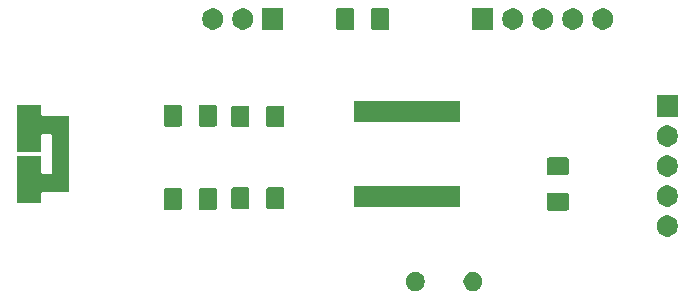
<source format=gbr>
%TF.GenerationSoftware,KiCad,Pcbnew,5.1.6-c6e7f7d~86~ubuntu18.04.1*%
%TF.CreationDate,2020-05-25T18:47:43+02:00*%
%TF.ProjectId,ft232rl_converter_v1,66743233-3272-46c5-9f63-6f6e76657274,1.0*%
%TF.SameCoordinates,PX4fefde0PY4d83c00*%
%TF.FileFunction,Soldermask,Top*%
%TF.FilePolarity,Negative*%
%FSLAX46Y46*%
G04 Gerber Fmt 4.6, Leading zero omitted, Abs format (unit mm)*
G04 Created by KiCad (PCBNEW 5.1.6-c6e7f7d~86~ubuntu18.04.1) date 2020-05-25 18:47:43*
%MOMM*%
%LPD*%
G01*
G04 APERTURE LIST*
%ADD10C,0.150000*%
G04 APERTURE END LIST*
D10*
G36*
X40673642Y5850219D02*
G01*
X40819414Y5789838D01*
X40819416Y5789837D01*
X40950608Y5702178D01*
X41062178Y5590608D01*
X41149837Y5459416D01*
X41149838Y5459414D01*
X41210219Y5313642D01*
X41241000Y5158893D01*
X41241000Y5001107D01*
X41210219Y4846358D01*
X41149838Y4700586D01*
X41149837Y4700584D01*
X41062178Y4569392D01*
X40950608Y4457822D01*
X40819416Y4370163D01*
X40819415Y4370162D01*
X40819414Y4370162D01*
X40673642Y4309781D01*
X40518893Y4279000D01*
X40361107Y4279000D01*
X40206358Y4309781D01*
X40060586Y4370162D01*
X40060585Y4370162D01*
X40060584Y4370163D01*
X39929392Y4457822D01*
X39817822Y4569392D01*
X39730163Y4700584D01*
X39730162Y4700586D01*
X39669781Y4846358D01*
X39639000Y5001107D01*
X39639000Y5158893D01*
X39669781Y5313642D01*
X39730162Y5459414D01*
X39730163Y5459416D01*
X39817822Y5590608D01*
X39929392Y5702178D01*
X40060584Y5789837D01*
X40060586Y5789838D01*
X40206358Y5850219D01*
X40361107Y5881000D01*
X40518893Y5881000D01*
X40673642Y5850219D01*
G37*
G36*
X35793642Y5850219D02*
G01*
X35939414Y5789838D01*
X35939416Y5789837D01*
X36070608Y5702178D01*
X36182178Y5590608D01*
X36269837Y5459416D01*
X36269838Y5459414D01*
X36330219Y5313642D01*
X36361000Y5158893D01*
X36361000Y5001107D01*
X36330219Y4846358D01*
X36269838Y4700586D01*
X36269837Y4700584D01*
X36182178Y4569392D01*
X36070608Y4457822D01*
X35939416Y4370163D01*
X35939415Y4370162D01*
X35939414Y4370162D01*
X35793642Y4309781D01*
X35638893Y4279000D01*
X35481107Y4279000D01*
X35326358Y4309781D01*
X35180586Y4370162D01*
X35180585Y4370162D01*
X35180584Y4370163D01*
X35049392Y4457822D01*
X34937822Y4569392D01*
X34850163Y4700584D01*
X34850162Y4700586D01*
X34789781Y4846358D01*
X34759000Y5001107D01*
X34759000Y5158893D01*
X34789781Y5313642D01*
X34850162Y5459414D01*
X34850163Y5459416D01*
X34937822Y5590608D01*
X35049392Y5702178D01*
X35180584Y5789837D01*
X35180586Y5789838D01*
X35326358Y5850219D01*
X35481107Y5881000D01*
X35638893Y5881000D01*
X35793642Y5850219D01*
G37*
G36*
X57009512Y10675073D02*
G01*
X57158812Y10645376D01*
X57322784Y10577456D01*
X57470354Y10478853D01*
X57595853Y10353354D01*
X57694456Y10205784D01*
X57762376Y10041812D01*
X57797000Y9867741D01*
X57797000Y9690259D01*
X57762376Y9516188D01*
X57694456Y9352216D01*
X57595853Y9204646D01*
X57470354Y9079147D01*
X57322784Y8980544D01*
X57158812Y8912624D01*
X57009512Y8882927D01*
X56984742Y8878000D01*
X56807258Y8878000D01*
X56782488Y8882927D01*
X56633188Y8912624D01*
X56469216Y8980544D01*
X56321646Y9079147D01*
X56196147Y9204646D01*
X56097544Y9352216D01*
X56029624Y9516188D01*
X55995000Y9690259D01*
X55995000Y9867741D01*
X56029624Y10041812D01*
X56097544Y10205784D01*
X56196147Y10353354D01*
X56321646Y10478853D01*
X56469216Y10577456D01*
X56633188Y10645376D01*
X56782488Y10675073D01*
X56807258Y10680000D01*
X56984742Y10680000D01*
X57009512Y10675073D01*
G37*
G36*
X48400562Y12606819D02*
G01*
X48435481Y12596226D01*
X48467663Y12579024D01*
X48495873Y12555873D01*
X48519024Y12527663D01*
X48536226Y12495481D01*
X48546819Y12460562D01*
X48551000Y12418105D01*
X48551000Y11276895D01*
X48546819Y11234438D01*
X48536226Y11199519D01*
X48519024Y11167337D01*
X48495873Y11139127D01*
X48467663Y11115976D01*
X48435481Y11098774D01*
X48400562Y11088181D01*
X48358105Y11084000D01*
X46891895Y11084000D01*
X46849438Y11088181D01*
X46814519Y11098774D01*
X46782337Y11115976D01*
X46754127Y11139127D01*
X46730976Y11167337D01*
X46713774Y11199519D01*
X46703181Y11234438D01*
X46699000Y11276895D01*
X46699000Y12418105D01*
X46703181Y12460562D01*
X46713774Y12495481D01*
X46730976Y12527663D01*
X46754127Y12555873D01*
X46782337Y12579024D01*
X46814519Y12596226D01*
X46849438Y12606819D01*
X46891895Y12611000D01*
X48358105Y12611000D01*
X48400562Y12606819D01*
G37*
G36*
X15635562Y12986819D02*
G01*
X15670481Y12976226D01*
X15702663Y12959024D01*
X15730873Y12935873D01*
X15754024Y12907663D01*
X15771226Y12875481D01*
X15781819Y12840562D01*
X15786000Y12798105D01*
X15786000Y11331895D01*
X15781819Y11289438D01*
X15771226Y11254519D01*
X15754024Y11222337D01*
X15730873Y11194127D01*
X15702663Y11170976D01*
X15670481Y11153774D01*
X15635562Y11143181D01*
X15593105Y11139000D01*
X14451895Y11139000D01*
X14409438Y11143181D01*
X14374519Y11153774D01*
X14342337Y11170976D01*
X14314127Y11194127D01*
X14290976Y11222337D01*
X14273774Y11254519D01*
X14263181Y11289438D01*
X14259000Y11331895D01*
X14259000Y12798105D01*
X14263181Y12840562D01*
X14273774Y12875481D01*
X14290976Y12907663D01*
X14314127Y12935873D01*
X14342337Y12959024D01*
X14374519Y12976226D01*
X14409438Y12986819D01*
X14451895Y12991000D01*
X15593105Y12991000D01*
X15635562Y12986819D01*
G37*
G36*
X18610562Y12986819D02*
G01*
X18645481Y12976226D01*
X18677663Y12959024D01*
X18705873Y12935873D01*
X18729024Y12907663D01*
X18746226Y12875481D01*
X18756819Y12840562D01*
X18761000Y12798105D01*
X18761000Y11331895D01*
X18756819Y11289438D01*
X18746226Y11254519D01*
X18729024Y11222337D01*
X18705873Y11194127D01*
X18677663Y11170976D01*
X18645481Y11153774D01*
X18610562Y11143181D01*
X18568105Y11139000D01*
X17426895Y11139000D01*
X17384438Y11143181D01*
X17349519Y11153774D01*
X17317337Y11170976D01*
X17289127Y11194127D01*
X17265976Y11222337D01*
X17248774Y11254519D01*
X17238181Y11289438D01*
X17234000Y11331895D01*
X17234000Y12798105D01*
X17238181Y12840562D01*
X17248774Y12875481D01*
X17265976Y12907663D01*
X17289127Y12935873D01*
X17317337Y12959024D01*
X17349519Y12976226D01*
X17384438Y12986819D01*
X17426895Y12991000D01*
X18568105Y12991000D01*
X18610562Y12986819D01*
G37*
G36*
X21350562Y13051819D02*
G01*
X21385481Y13041226D01*
X21417663Y13024024D01*
X21445873Y13000873D01*
X21469024Y12972663D01*
X21486226Y12940481D01*
X21496819Y12905562D01*
X21501000Y12863105D01*
X21501000Y11396895D01*
X21496819Y11354438D01*
X21486226Y11319519D01*
X21469024Y11287337D01*
X21445873Y11259127D01*
X21417663Y11235976D01*
X21385481Y11218774D01*
X21350562Y11208181D01*
X21308105Y11204000D01*
X20166895Y11204000D01*
X20124438Y11208181D01*
X20089519Y11218774D01*
X20057337Y11235976D01*
X20029127Y11259127D01*
X20005976Y11287337D01*
X19988774Y11319519D01*
X19978181Y11354438D01*
X19974000Y11396895D01*
X19974000Y12863105D01*
X19978181Y12905562D01*
X19988774Y12940481D01*
X20005976Y12972663D01*
X20029127Y13000873D01*
X20057337Y13024024D01*
X20089519Y13041226D01*
X20124438Y13051819D01*
X20166895Y13056000D01*
X21308105Y13056000D01*
X21350562Y13051819D01*
G37*
G36*
X24325562Y13051819D02*
G01*
X24360481Y13041226D01*
X24392663Y13024024D01*
X24420873Y13000873D01*
X24444024Y12972663D01*
X24461226Y12940481D01*
X24471819Y12905562D01*
X24476000Y12863105D01*
X24476000Y11396895D01*
X24471819Y11354438D01*
X24461226Y11319519D01*
X24444024Y11287337D01*
X24420873Y11259127D01*
X24392663Y11235976D01*
X24360481Y11218774D01*
X24325562Y11208181D01*
X24283105Y11204000D01*
X23141895Y11204000D01*
X23099438Y11208181D01*
X23064519Y11218774D01*
X23032337Y11235976D01*
X23004127Y11259127D01*
X22980976Y11287337D01*
X22963774Y11319519D01*
X22953181Y11354438D01*
X22949000Y11396895D01*
X22949000Y12863105D01*
X22953181Y12905562D01*
X22963774Y12940481D01*
X22980976Y12972663D01*
X23004127Y13000873D01*
X23032337Y13024024D01*
X23064519Y13041226D01*
X23099438Y13051819D01*
X23141895Y13056000D01*
X24283105Y13056000D01*
X24325562Y13051819D01*
G37*
G36*
X39346000Y11349000D02*
G01*
X30344000Y11349000D01*
X30344000Y13201000D01*
X39346000Y13201000D01*
X39346000Y11349000D01*
G37*
G36*
X57009512Y13215073D02*
G01*
X57158812Y13185376D01*
X57322784Y13117456D01*
X57470354Y13018853D01*
X57595853Y12893354D01*
X57694456Y12745784D01*
X57762376Y12581812D01*
X57797000Y12407741D01*
X57797000Y12230259D01*
X57762376Y12056188D01*
X57694456Y11892216D01*
X57595853Y11744646D01*
X57470354Y11619147D01*
X57322784Y11520544D01*
X57158812Y11452624D01*
X57009512Y11422927D01*
X56984742Y11418000D01*
X56807258Y11418000D01*
X56782488Y11422927D01*
X56633188Y11452624D01*
X56469216Y11520544D01*
X56321646Y11619147D01*
X56196147Y11744646D01*
X56097544Y11892216D01*
X56029624Y12056188D01*
X55995000Y12230259D01*
X55995000Y12407741D01*
X56029624Y12581812D01*
X56097544Y12745784D01*
X56196147Y12893354D01*
X56321646Y13018853D01*
X56469216Y13117456D01*
X56633188Y13185376D01*
X56782488Y13215073D01*
X56807258Y13220000D01*
X56984742Y13220000D01*
X57009512Y13215073D01*
G37*
G36*
X3881000Y19250999D02*
G01*
X3883402Y19226613D01*
X3890515Y19203164D01*
X3902066Y19181553D01*
X3917611Y19162611D01*
X3936553Y19147066D01*
X3958164Y19135515D01*
X3981613Y19128402D01*
X4005999Y19126000D01*
X6281000Y19126000D01*
X6281000Y12624000D01*
X4005999Y12624000D01*
X3981613Y12621598D01*
X3958164Y12614485D01*
X3936553Y12602934D01*
X3917611Y12587389D01*
X3902066Y12568447D01*
X3890515Y12546836D01*
X3883402Y12523387D01*
X3881000Y12499001D01*
X3881000Y11726500D01*
X1879000Y11726500D01*
X1879000Y15673500D01*
X3881000Y15673500D01*
X3881000Y14325999D01*
X3883402Y14301613D01*
X3890515Y14278164D01*
X3902066Y14256553D01*
X3917611Y14237611D01*
X3936553Y14222066D01*
X3958164Y14210515D01*
X3981613Y14203402D01*
X4005999Y14201000D01*
X4674001Y14201000D01*
X4698387Y14203402D01*
X4721836Y14210515D01*
X4743447Y14222066D01*
X4762389Y14237611D01*
X4777934Y14256553D01*
X4789485Y14278164D01*
X4796598Y14301613D01*
X4799000Y14325999D01*
X4799000Y17424001D01*
X4796598Y17448387D01*
X4789485Y17471836D01*
X4777934Y17493447D01*
X4762389Y17512389D01*
X4743447Y17527934D01*
X4721836Y17539485D01*
X4698387Y17546598D01*
X4674001Y17549000D01*
X4005999Y17549000D01*
X3981613Y17546598D01*
X3958164Y17539485D01*
X3936553Y17527934D01*
X3917611Y17512389D01*
X3902066Y17493447D01*
X3890515Y17471836D01*
X3883402Y17448387D01*
X3881000Y17424001D01*
X3881000Y16076500D01*
X1879000Y16076500D01*
X1879000Y20023500D01*
X3881000Y20023500D01*
X3881000Y19250999D01*
G37*
G36*
X57009512Y15755073D02*
G01*
X57158812Y15725376D01*
X57322784Y15657456D01*
X57470354Y15558853D01*
X57595853Y15433354D01*
X57694456Y15285784D01*
X57762376Y15121812D01*
X57797000Y14947741D01*
X57797000Y14770259D01*
X57762376Y14596188D01*
X57694456Y14432216D01*
X57595853Y14284646D01*
X57470354Y14159147D01*
X57322784Y14060544D01*
X57158812Y13992624D01*
X57009512Y13962927D01*
X56984742Y13958000D01*
X56807258Y13958000D01*
X56782488Y13962927D01*
X56633188Y13992624D01*
X56469216Y14060544D01*
X56321646Y14159147D01*
X56196147Y14284646D01*
X56097544Y14432216D01*
X56029624Y14596188D01*
X55995000Y14770259D01*
X55995000Y14947741D01*
X56029624Y15121812D01*
X56097544Y15285784D01*
X56196147Y15433354D01*
X56321646Y15558853D01*
X56469216Y15657456D01*
X56633188Y15725376D01*
X56782488Y15755073D01*
X56807258Y15760000D01*
X56984742Y15760000D01*
X57009512Y15755073D01*
G37*
G36*
X48400562Y15581819D02*
G01*
X48435481Y15571226D01*
X48467663Y15554024D01*
X48495873Y15530873D01*
X48519024Y15502663D01*
X48536226Y15470481D01*
X48546819Y15435562D01*
X48551000Y15393105D01*
X48551000Y14251895D01*
X48546819Y14209438D01*
X48536226Y14174519D01*
X48519024Y14142337D01*
X48495873Y14114127D01*
X48467663Y14090976D01*
X48435481Y14073774D01*
X48400562Y14063181D01*
X48358105Y14059000D01*
X46891895Y14059000D01*
X46849438Y14063181D01*
X46814519Y14073774D01*
X46782337Y14090976D01*
X46754127Y14114127D01*
X46730976Y14142337D01*
X46713774Y14174519D01*
X46703181Y14209438D01*
X46699000Y14251895D01*
X46699000Y15393105D01*
X46703181Y15435562D01*
X46713774Y15470481D01*
X46730976Y15502663D01*
X46754127Y15530873D01*
X46782337Y15554024D01*
X46814519Y15571226D01*
X46849438Y15581819D01*
X46891895Y15586000D01*
X48358105Y15586000D01*
X48400562Y15581819D01*
G37*
G36*
X57009512Y18295073D02*
G01*
X57158812Y18265376D01*
X57322784Y18197456D01*
X57470354Y18098853D01*
X57595853Y17973354D01*
X57694456Y17825784D01*
X57762376Y17661812D01*
X57797000Y17487741D01*
X57797000Y17310259D01*
X57762376Y17136188D01*
X57694456Y16972216D01*
X57595853Y16824646D01*
X57470354Y16699147D01*
X57322784Y16600544D01*
X57158812Y16532624D01*
X57009512Y16502927D01*
X56984742Y16498000D01*
X56807258Y16498000D01*
X56782488Y16502927D01*
X56633188Y16532624D01*
X56469216Y16600544D01*
X56321646Y16699147D01*
X56196147Y16824646D01*
X56097544Y16972216D01*
X56029624Y17136188D01*
X55995000Y17310259D01*
X55995000Y17487741D01*
X56029624Y17661812D01*
X56097544Y17825784D01*
X56196147Y17973354D01*
X56321646Y18098853D01*
X56469216Y18197456D01*
X56633188Y18265376D01*
X56782488Y18295073D01*
X56807258Y18300000D01*
X56984742Y18300000D01*
X57009512Y18295073D01*
G37*
G36*
X24325562Y19971819D02*
G01*
X24360481Y19961226D01*
X24392663Y19944024D01*
X24420873Y19920873D01*
X24444024Y19892663D01*
X24461226Y19860481D01*
X24471819Y19825562D01*
X24476000Y19783105D01*
X24476000Y18316895D01*
X24471819Y18274438D01*
X24461226Y18239519D01*
X24444024Y18207337D01*
X24420873Y18179127D01*
X24392663Y18155976D01*
X24360481Y18138774D01*
X24325562Y18128181D01*
X24283105Y18124000D01*
X23141895Y18124000D01*
X23099438Y18128181D01*
X23064519Y18138774D01*
X23032337Y18155976D01*
X23004127Y18179127D01*
X22980976Y18207337D01*
X22963774Y18239519D01*
X22953181Y18274438D01*
X22949000Y18316895D01*
X22949000Y19783105D01*
X22953181Y19825562D01*
X22963774Y19860481D01*
X22980976Y19892663D01*
X23004127Y19920873D01*
X23032337Y19944024D01*
X23064519Y19961226D01*
X23099438Y19971819D01*
X23141895Y19976000D01*
X24283105Y19976000D01*
X24325562Y19971819D01*
G37*
G36*
X21350562Y19971819D02*
G01*
X21385481Y19961226D01*
X21417663Y19944024D01*
X21445873Y19920873D01*
X21469024Y19892663D01*
X21486226Y19860481D01*
X21496819Y19825562D01*
X21501000Y19783105D01*
X21501000Y18316895D01*
X21496819Y18274438D01*
X21486226Y18239519D01*
X21469024Y18207337D01*
X21445873Y18179127D01*
X21417663Y18155976D01*
X21385481Y18138774D01*
X21350562Y18128181D01*
X21308105Y18124000D01*
X20166895Y18124000D01*
X20124438Y18128181D01*
X20089519Y18138774D01*
X20057337Y18155976D01*
X20029127Y18179127D01*
X20005976Y18207337D01*
X19988774Y18239519D01*
X19978181Y18274438D01*
X19974000Y18316895D01*
X19974000Y19783105D01*
X19978181Y19825562D01*
X19988774Y19860481D01*
X20005976Y19892663D01*
X20029127Y19920873D01*
X20057337Y19944024D01*
X20089519Y19961226D01*
X20124438Y19971819D01*
X20166895Y19976000D01*
X21308105Y19976000D01*
X21350562Y19971819D01*
G37*
G36*
X18610562Y20048519D02*
G01*
X18645481Y20037926D01*
X18677663Y20020724D01*
X18705873Y19997573D01*
X18729024Y19969363D01*
X18746226Y19937181D01*
X18756819Y19902262D01*
X18761000Y19859805D01*
X18761000Y18393595D01*
X18756819Y18351138D01*
X18746226Y18316219D01*
X18729024Y18284037D01*
X18705873Y18255827D01*
X18677663Y18232676D01*
X18645481Y18215474D01*
X18610562Y18204881D01*
X18568105Y18200700D01*
X17426895Y18200700D01*
X17384438Y18204881D01*
X17349519Y18215474D01*
X17317337Y18232676D01*
X17289127Y18255827D01*
X17265976Y18284037D01*
X17248774Y18316219D01*
X17238181Y18351138D01*
X17234000Y18393595D01*
X17234000Y19859805D01*
X17238181Y19902262D01*
X17248774Y19937181D01*
X17265976Y19969363D01*
X17289127Y19997573D01*
X17317337Y20020724D01*
X17349519Y20037926D01*
X17384438Y20048519D01*
X17426895Y20052700D01*
X18568105Y20052700D01*
X18610562Y20048519D01*
G37*
G36*
X15635562Y20048519D02*
G01*
X15670481Y20037926D01*
X15702663Y20020724D01*
X15730873Y19997573D01*
X15754024Y19969363D01*
X15771226Y19937181D01*
X15781819Y19902262D01*
X15786000Y19859805D01*
X15786000Y18393595D01*
X15781819Y18351138D01*
X15771226Y18316219D01*
X15754024Y18284037D01*
X15730873Y18255827D01*
X15702663Y18232676D01*
X15670481Y18215474D01*
X15635562Y18204881D01*
X15593105Y18200700D01*
X14451895Y18200700D01*
X14409438Y18204881D01*
X14374519Y18215474D01*
X14342337Y18232676D01*
X14314127Y18255827D01*
X14290976Y18284037D01*
X14273774Y18316219D01*
X14263181Y18351138D01*
X14259000Y18393595D01*
X14259000Y19859805D01*
X14263181Y19902262D01*
X14273774Y19937181D01*
X14290976Y19969363D01*
X14314127Y19997573D01*
X14342337Y20020724D01*
X14374519Y20037926D01*
X14409438Y20048519D01*
X14451895Y20052700D01*
X15593105Y20052700D01*
X15635562Y20048519D01*
G37*
G36*
X39346000Y18549000D02*
G01*
X30344000Y18549000D01*
X30344000Y20401000D01*
X39346000Y20401000D01*
X39346000Y18549000D01*
G37*
G36*
X57797000Y19038000D02*
G01*
X55995000Y19038000D01*
X55995000Y20840000D01*
X57797000Y20840000D01*
X57797000Y19038000D01*
G37*
G36*
X30240562Y28226819D02*
G01*
X30275481Y28216226D01*
X30307663Y28199024D01*
X30335873Y28175873D01*
X30359024Y28147663D01*
X30376226Y28115481D01*
X30386819Y28080562D01*
X30391000Y28038105D01*
X30391000Y26571895D01*
X30386819Y26529438D01*
X30376226Y26494519D01*
X30359024Y26462337D01*
X30335873Y26434127D01*
X30307663Y26410976D01*
X30275481Y26393774D01*
X30240562Y26383181D01*
X30198105Y26379000D01*
X29056895Y26379000D01*
X29014438Y26383181D01*
X28979519Y26393774D01*
X28947337Y26410976D01*
X28919127Y26434127D01*
X28895976Y26462337D01*
X28878774Y26494519D01*
X28868181Y26529438D01*
X28864000Y26571895D01*
X28864000Y28038105D01*
X28868181Y28080562D01*
X28878774Y28115481D01*
X28895976Y28147663D01*
X28919127Y28175873D01*
X28947337Y28199024D01*
X28979519Y28216226D01*
X29014438Y28226819D01*
X29056895Y28231000D01*
X30198105Y28231000D01*
X30240562Y28226819D01*
G37*
G36*
X33215562Y28226819D02*
G01*
X33250481Y28216226D01*
X33282663Y28199024D01*
X33310873Y28175873D01*
X33334024Y28147663D01*
X33351226Y28115481D01*
X33361819Y28080562D01*
X33366000Y28038105D01*
X33366000Y26571895D01*
X33361819Y26529438D01*
X33351226Y26494519D01*
X33334024Y26462337D01*
X33310873Y26434127D01*
X33282663Y26410976D01*
X33250481Y26393774D01*
X33215562Y26383181D01*
X33173105Y26379000D01*
X32031895Y26379000D01*
X31989438Y26383181D01*
X31954519Y26393774D01*
X31922337Y26410976D01*
X31894127Y26434127D01*
X31870976Y26462337D01*
X31853774Y26494519D01*
X31843181Y26529438D01*
X31839000Y26571895D01*
X31839000Y28038105D01*
X31843181Y28080562D01*
X31853774Y28115481D01*
X31870976Y28147663D01*
X31894127Y28175873D01*
X31922337Y28199024D01*
X31954519Y28216226D01*
X31989438Y28226819D01*
X32031895Y28231000D01*
X33173105Y28231000D01*
X33215562Y28226819D01*
G37*
G36*
X21068512Y28201073D02*
G01*
X21217812Y28171376D01*
X21381784Y28103456D01*
X21529354Y28004853D01*
X21654853Y27879354D01*
X21753456Y27731784D01*
X21821376Y27567812D01*
X21856000Y27393741D01*
X21856000Y27216259D01*
X21821376Y27042188D01*
X21753456Y26878216D01*
X21654853Y26730646D01*
X21529354Y26605147D01*
X21381784Y26506544D01*
X21217812Y26438624D01*
X21068512Y26408927D01*
X21043742Y26404000D01*
X20866258Y26404000D01*
X20841488Y26408927D01*
X20692188Y26438624D01*
X20528216Y26506544D01*
X20380646Y26605147D01*
X20255147Y26730646D01*
X20156544Y26878216D01*
X20088624Y27042188D01*
X20054000Y27216259D01*
X20054000Y27393741D01*
X20088624Y27567812D01*
X20156544Y27731784D01*
X20255147Y27879354D01*
X20380646Y28004853D01*
X20528216Y28103456D01*
X20692188Y28171376D01*
X20841488Y28201073D01*
X20866258Y28206000D01*
X21043742Y28206000D01*
X21068512Y28201073D01*
G37*
G36*
X24396000Y26404000D02*
G01*
X22594000Y26404000D01*
X22594000Y28206000D01*
X24396000Y28206000D01*
X24396000Y26404000D01*
G37*
G36*
X42176000Y26404000D02*
G01*
X40374000Y26404000D01*
X40374000Y28206000D01*
X42176000Y28206000D01*
X42176000Y26404000D01*
G37*
G36*
X43928512Y28201073D02*
G01*
X44077812Y28171376D01*
X44241784Y28103456D01*
X44389354Y28004853D01*
X44514853Y27879354D01*
X44613456Y27731784D01*
X44681376Y27567812D01*
X44716000Y27393741D01*
X44716000Y27216259D01*
X44681376Y27042188D01*
X44613456Y26878216D01*
X44514853Y26730646D01*
X44389354Y26605147D01*
X44241784Y26506544D01*
X44077812Y26438624D01*
X43928512Y26408927D01*
X43903742Y26404000D01*
X43726258Y26404000D01*
X43701488Y26408927D01*
X43552188Y26438624D01*
X43388216Y26506544D01*
X43240646Y26605147D01*
X43115147Y26730646D01*
X43016544Y26878216D01*
X42948624Y27042188D01*
X42914000Y27216259D01*
X42914000Y27393741D01*
X42948624Y27567812D01*
X43016544Y27731784D01*
X43115147Y27879354D01*
X43240646Y28004853D01*
X43388216Y28103456D01*
X43552188Y28171376D01*
X43701488Y28201073D01*
X43726258Y28206000D01*
X43903742Y28206000D01*
X43928512Y28201073D01*
G37*
G36*
X46468512Y28201073D02*
G01*
X46617812Y28171376D01*
X46781784Y28103456D01*
X46929354Y28004853D01*
X47054853Y27879354D01*
X47153456Y27731784D01*
X47221376Y27567812D01*
X47256000Y27393741D01*
X47256000Y27216259D01*
X47221376Y27042188D01*
X47153456Y26878216D01*
X47054853Y26730646D01*
X46929354Y26605147D01*
X46781784Y26506544D01*
X46617812Y26438624D01*
X46468512Y26408927D01*
X46443742Y26404000D01*
X46266258Y26404000D01*
X46241488Y26408927D01*
X46092188Y26438624D01*
X45928216Y26506544D01*
X45780646Y26605147D01*
X45655147Y26730646D01*
X45556544Y26878216D01*
X45488624Y27042188D01*
X45454000Y27216259D01*
X45454000Y27393741D01*
X45488624Y27567812D01*
X45556544Y27731784D01*
X45655147Y27879354D01*
X45780646Y28004853D01*
X45928216Y28103456D01*
X46092188Y28171376D01*
X46241488Y28201073D01*
X46266258Y28206000D01*
X46443742Y28206000D01*
X46468512Y28201073D01*
G37*
G36*
X49008512Y28201073D02*
G01*
X49157812Y28171376D01*
X49321784Y28103456D01*
X49469354Y28004853D01*
X49594853Y27879354D01*
X49693456Y27731784D01*
X49761376Y27567812D01*
X49796000Y27393741D01*
X49796000Y27216259D01*
X49761376Y27042188D01*
X49693456Y26878216D01*
X49594853Y26730646D01*
X49469354Y26605147D01*
X49321784Y26506544D01*
X49157812Y26438624D01*
X49008512Y26408927D01*
X48983742Y26404000D01*
X48806258Y26404000D01*
X48781488Y26408927D01*
X48632188Y26438624D01*
X48468216Y26506544D01*
X48320646Y26605147D01*
X48195147Y26730646D01*
X48096544Y26878216D01*
X48028624Y27042188D01*
X47994000Y27216259D01*
X47994000Y27393741D01*
X48028624Y27567812D01*
X48096544Y27731784D01*
X48195147Y27879354D01*
X48320646Y28004853D01*
X48468216Y28103456D01*
X48632188Y28171376D01*
X48781488Y28201073D01*
X48806258Y28206000D01*
X48983742Y28206000D01*
X49008512Y28201073D01*
G37*
G36*
X51548512Y28201073D02*
G01*
X51697812Y28171376D01*
X51861784Y28103456D01*
X52009354Y28004853D01*
X52134853Y27879354D01*
X52233456Y27731784D01*
X52301376Y27567812D01*
X52336000Y27393741D01*
X52336000Y27216259D01*
X52301376Y27042188D01*
X52233456Y26878216D01*
X52134853Y26730646D01*
X52009354Y26605147D01*
X51861784Y26506544D01*
X51697812Y26438624D01*
X51548512Y26408927D01*
X51523742Y26404000D01*
X51346258Y26404000D01*
X51321488Y26408927D01*
X51172188Y26438624D01*
X51008216Y26506544D01*
X50860646Y26605147D01*
X50735147Y26730646D01*
X50636544Y26878216D01*
X50568624Y27042188D01*
X50534000Y27216259D01*
X50534000Y27393741D01*
X50568624Y27567812D01*
X50636544Y27731784D01*
X50735147Y27879354D01*
X50860646Y28004853D01*
X51008216Y28103456D01*
X51172188Y28171376D01*
X51321488Y28201073D01*
X51346258Y28206000D01*
X51523742Y28206000D01*
X51548512Y28201073D01*
G37*
G36*
X18528512Y28201073D02*
G01*
X18677812Y28171376D01*
X18841784Y28103456D01*
X18989354Y28004853D01*
X19114853Y27879354D01*
X19213456Y27731784D01*
X19281376Y27567812D01*
X19316000Y27393741D01*
X19316000Y27216259D01*
X19281376Y27042188D01*
X19213456Y26878216D01*
X19114853Y26730646D01*
X18989354Y26605147D01*
X18841784Y26506544D01*
X18677812Y26438624D01*
X18528512Y26408927D01*
X18503742Y26404000D01*
X18326258Y26404000D01*
X18301488Y26408927D01*
X18152188Y26438624D01*
X17988216Y26506544D01*
X17840646Y26605147D01*
X17715147Y26730646D01*
X17616544Y26878216D01*
X17548624Y27042188D01*
X17514000Y27216259D01*
X17514000Y27393741D01*
X17548624Y27567812D01*
X17616544Y27731784D01*
X17715147Y27879354D01*
X17840646Y28004853D01*
X17988216Y28103456D01*
X18152188Y28171376D01*
X18301488Y28201073D01*
X18326258Y28206000D01*
X18503742Y28206000D01*
X18528512Y28201073D01*
G37*
M02*

</source>
